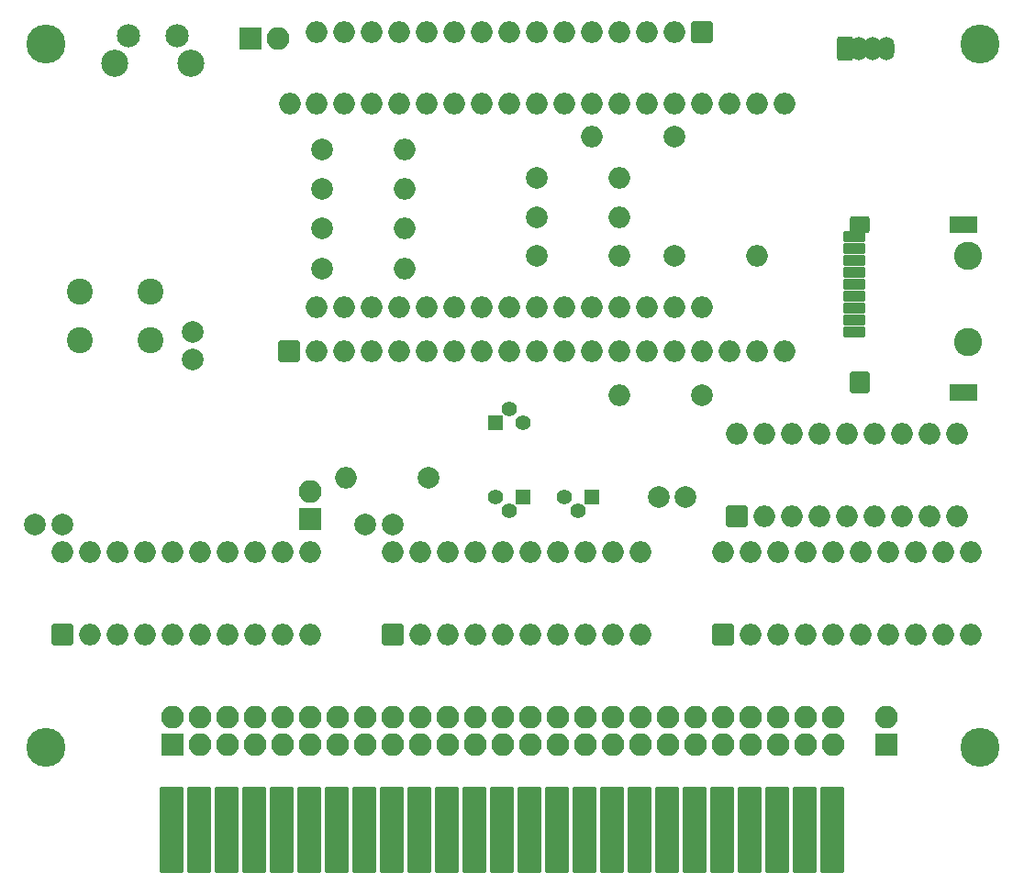
<source format=gbr>
G04 #@! TF.GenerationSoftware,KiCad,Pcbnew,(6.0.2-0)*
G04 #@! TF.CreationDate,2022-03-07T22:02:57-08:00*
G04 #@! TF.ProjectId,TRSIO,54525349-4f2e-46b6-9963-61645f706362,rev?*
G04 #@! TF.SameCoordinates,Original*
G04 #@! TF.FileFunction,Soldermask,Bot*
G04 #@! TF.FilePolarity,Negative*
%FSLAX46Y46*%
G04 Gerber Fmt 4.6, Leading zero omitted, Abs format (unit mm)*
G04 Created by KiCad (PCBNEW (6.0.2-0)) date 2022-03-07 22:02:57*
%MOMM*%
%LPD*%
G01*
G04 APERTURE LIST*
G04 Aperture macros list*
%AMRoundRect*
0 Rectangle with rounded corners*
0 $1 Rounding radius*
0 $2 $3 $4 $5 $6 $7 $8 $9 X,Y pos of 4 corners*
0 Add a 4 corners polygon primitive as box body*
4,1,4,$2,$3,$4,$5,$6,$7,$8,$9,$2,$3,0*
0 Add four circle primitives for the rounded corners*
1,1,$1+$1,$2,$3*
1,1,$1+$1,$4,$5*
1,1,$1+$1,$6,$7*
1,1,$1+$1,$8,$9*
0 Add four rect primitives between the rounded corners*
20,1,$1+$1,$2,$3,$4,$5,0*
20,1,$1+$1,$4,$5,$6,$7,0*
20,1,$1+$1,$6,$7,$8,$9,0*
20,1,$1+$1,$8,$9,$2,$3,0*%
G04 Aperture macros list end*
%ADD10C,2.000000*%
%ADD11RoundRect,0.200000X-0.535000X-0.900000X0.535000X-0.900000X0.535000X0.900000X-0.535000X0.900000X0*%
%ADD12O,1.470000X2.200000*%
%ADD13RoundRect,0.200000X0.500000X-0.500000X0.500000X0.500000X-0.500000X0.500000X-0.500000X-0.500000X0*%
%ADD14C,1.400000*%
%ADD15RoundRect,0.200000X-0.500000X0.500000X-0.500000X-0.500000X0.500000X-0.500000X0.500000X0.500000X0*%
%ADD16O,2.000000X2.000000*%
%ADD17C,2.400000*%
%ADD18RoundRect,0.200000X0.800000X-0.800000X0.800000X0.800000X-0.800000X0.800000X-0.800000X-0.800000X0*%
%ADD19O,2.100000X2.100000*%
%ADD20RoundRect,0.200000X0.850000X-0.850000X0.850000X0.850000X-0.850000X0.850000X-0.850000X-0.850000X0*%
%ADD21RoundRect,0.200000X-0.800000X0.800000X-0.800000X-0.800000X0.800000X-0.800000X0.800000X0.800000X0*%
%ADD22RoundRect,0.200000X0.850000X0.850000X-0.850000X0.850000X-0.850000X-0.850000X0.850000X-0.850000X0*%
%ADD23C,2.500000*%
%ADD24C,2.150000*%
%ADD25RoundRect,0.200000X0.889000X3.810000X-0.889000X3.810000X-0.889000X-3.810000X0.889000X-3.810000X0*%
%ADD26C,3.600000*%
%ADD27C,2.600000*%
%ADD28RoundRect,0.200000X-0.800000X0.350000X-0.800000X-0.350000X0.800000X-0.350000X0.800000X0.350000X0*%
%ADD29RoundRect,0.200000X-0.700000X0.800000X-0.700000X-0.800000X0.700000X-0.800000X0.700000X0.800000X0*%
%ADD30RoundRect,0.200000X-1.100000X0.600000X-1.100000X-0.600000X1.100000X-0.600000X1.100000X0.600000X0*%
%ADD31RoundRect,0.200000X-0.700000X0.600000X-0.700000X-0.600000X0.700000X-0.600000X0.700000X0.600000X0*%
G04 APERTURE END LIST*
D10*
X130810000Y-116840000D03*
X128310000Y-116840000D03*
X161290000Y-116840000D03*
X158790000Y-116840000D03*
X188341000Y-114300000D03*
X185841000Y-114300000D03*
X142875000Y-101600000D03*
X142875000Y-99100000D03*
D11*
X203050000Y-72950000D03*
D12*
X204320000Y-72950000D03*
X205590000Y-72950000D03*
X206860000Y-72950000D03*
D13*
X170815000Y-107442000D03*
D14*
X172085000Y-106172000D03*
X173355000Y-107442000D03*
D15*
X173355000Y-114300000D03*
D14*
X172085000Y-115570000D03*
X170815000Y-114300000D03*
D15*
X179705000Y-114300000D03*
D14*
X178435000Y-115570000D03*
X177165000Y-114300000D03*
D10*
X174625000Y-88519000D03*
D16*
X182245000Y-88519000D03*
D17*
X138961000Y-95377000D03*
X132461000Y-95377000D03*
X138961000Y-99877000D03*
X132461000Y-99877000D03*
D18*
X191770000Y-127000000D03*
D16*
X194310000Y-127000000D03*
X196850000Y-127000000D03*
X199390000Y-127000000D03*
X201930000Y-127000000D03*
X204470000Y-127000000D03*
X207010000Y-127000000D03*
X209550000Y-127000000D03*
X212090000Y-127000000D03*
X214630000Y-127000000D03*
X214630000Y-119380000D03*
X212090000Y-119380000D03*
X209550000Y-119380000D03*
X207010000Y-119380000D03*
X204470000Y-119380000D03*
X201930000Y-119380000D03*
X199390000Y-119380000D03*
X196850000Y-119380000D03*
X194310000Y-119380000D03*
X191770000Y-119380000D03*
D18*
X161290000Y-127000000D03*
D16*
X163830000Y-127000000D03*
X166370000Y-127000000D03*
X168910000Y-127000000D03*
X171450000Y-127000000D03*
X173990000Y-127000000D03*
X176530000Y-127000000D03*
X179070000Y-127000000D03*
X181610000Y-127000000D03*
X184150000Y-127000000D03*
X184150000Y-119380000D03*
X181610000Y-119380000D03*
X179070000Y-119380000D03*
X176530000Y-119380000D03*
X173990000Y-119380000D03*
X171450000Y-119380000D03*
X168910000Y-119380000D03*
X166370000Y-119380000D03*
X163830000Y-119380000D03*
X161290000Y-119380000D03*
D18*
X130810000Y-127000000D03*
D16*
X133350000Y-127000000D03*
X135890000Y-127000000D03*
X138430000Y-127000000D03*
X140970000Y-127000000D03*
X143510000Y-127000000D03*
X146050000Y-127000000D03*
X148590000Y-127000000D03*
X151130000Y-127000000D03*
X153670000Y-127000000D03*
X153670000Y-119380000D03*
X151130000Y-119380000D03*
X148590000Y-119380000D03*
X146050000Y-119380000D03*
X143510000Y-119380000D03*
X140970000Y-119380000D03*
X138430000Y-119380000D03*
X135890000Y-119380000D03*
X133350000Y-119380000D03*
X130810000Y-119380000D03*
D19*
X201930000Y-134620000D03*
X201930000Y-137160000D03*
X199390000Y-134620000D03*
X199390000Y-137160000D03*
X196850000Y-134620000D03*
X196850000Y-137160000D03*
X194310000Y-134620000D03*
X194310000Y-137160000D03*
X191770000Y-134620000D03*
X191770000Y-137160000D03*
X189230000Y-134620000D03*
X189230000Y-137160000D03*
X186690000Y-134620000D03*
X186690000Y-137160000D03*
X184150000Y-134620000D03*
X184150000Y-137160000D03*
X181610000Y-134620000D03*
X181610000Y-137160000D03*
X179070000Y-134620000D03*
X179070000Y-137160000D03*
X176530000Y-134620000D03*
X176530000Y-137160000D03*
X173990000Y-134620000D03*
X173990000Y-137160000D03*
X171450000Y-134620000D03*
X171450000Y-137160000D03*
X168910000Y-134620000D03*
X168910000Y-137160000D03*
X166370000Y-134620000D03*
X166370000Y-137160000D03*
X163830000Y-134620000D03*
X163830000Y-137160000D03*
X161290000Y-134620000D03*
X161290000Y-137160000D03*
X158750000Y-134620000D03*
X158750000Y-137160000D03*
X156210000Y-134620000D03*
X156210000Y-137160000D03*
X153670000Y-134620000D03*
X153670000Y-137160000D03*
X151130000Y-134620000D03*
X151130000Y-137160000D03*
X148590000Y-134620000D03*
X148590000Y-137160000D03*
X146050000Y-134620000D03*
X146050000Y-137160000D03*
X143510000Y-134620000D03*
X143510000Y-137160000D03*
X140970000Y-134620000D03*
D20*
X140970000Y-137160000D03*
D21*
X189865000Y-71374000D03*
D16*
X187325000Y-71374000D03*
X184785000Y-71374000D03*
X182245000Y-71374000D03*
X179705000Y-71374000D03*
X177165000Y-71374000D03*
X174625000Y-71374000D03*
X172085000Y-71374000D03*
X169545000Y-71374000D03*
X167005000Y-71374000D03*
X164465000Y-71374000D03*
X161925000Y-71374000D03*
X159385000Y-71374000D03*
X156845000Y-71374000D03*
X154305000Y-71374000D03*
X154305000Y-96774000D03*
X156845000Y-96774000D03*
X159385000Y-96774000D03*
X161925000Y-96774000D03*
X164465000Y-96774000D03*
X167005000Y-96774000D03*
X169545000Y-96774000D03*
X172085000Y-96774000D03*
X174625000Y-96774000D03*
X177165000Y-96774000D03*
X179705000Y-96774000D03*
X182245000Y-96774000D03*
X184785000Y-96774000D03*
X187325000Y-96774000D03*
X189865000Y-96774000D03*
D18*
X151765000Y-100838000D03*
D16*
X154305000Y-100838000D03*
X156845000Y-100838000D03*
X159385000Y-100838000D03*
X161925000Y-100838000D03*
X164465000Y-100838000D03*
X167005000Y-100838000D03*
X169545000Y-100838000D03*
X172085000Y-100838000D03*
X174625000Y-100838000D03*
X177165000Y-100838000D03*
X179705000Y-100838000D03*
X182245000Y-100838000D03*
X184785000Y-100838000D03*
X187325000Y-100838000D03*
X189865000Y-100838000D03*
X192405000Y-100838000D03*
X194945000Y-100838000D03*
X197485000Y-100838000D03*
X197485000Y-77978000D03*
X194945000Y-77978000D03*
X192405000Y-77978000D03*
X189865000Y-77978000D03*
X187325000Y-77978000D03*
X184785000Y-77978000D03*
X182245000Y-77978000D03*
X179705000Y-77978000D03*
X177165000Y-77978000D03*
X174625000Y-77978000D03*
X172085000Y-77978000D03*
X169545000Y-77978000D03*
X167005000Y-77978000D03*
X164465000Y-77978000D03*
X161925000Y-77978000D03*
X159385000Y-77978000D03*
X156845000Y-77978000D03*
X154305000Y-77978000D03*
X151828500Y-77978000D03*
D22*
X206883000Y-137160000D03*
D19*
X206883000Y-134620000D03*
D20*
X148209000Y-72009000D03*
D19*
X150749000Y-72009000D03*
D23*
X135656000Y-74245000D03*
X142666000Y-74245000D03*
D24*
X136906000Y-71755000D03*
X141406000Y-71755000D03*
D22*
X153670000Y-116332000D03*
D19*
X153670000Y-113792000D03*
D10*
X164592000Y-112522000D03*
D16*
X156972000Y-112522000D03*
D25*
X201866500Y-145097500D03*
X199326500Y-145097500D03*
X196786500Y-145097500D03*
X194246500Y-145097500D03*
X191706500Y-145097500D03*
X189166500Y-145097500D03*
X186626500Y-145097500D03*
X184086500Y-145097500D03*
X181546500Y-145097500D03*
X179006500Y-145097500D03*
X176466500Y-145097500D03*
X173926500Y-145097500D03*
X171386500Y-145097500D03*
X168846500Y-145097500D03*
X166306500Y-145097500D03*
X163766500Y-145097500D03*
X161226500Y-145097500D03*
X158686500Y-145097500D03*
X156146500Y-145097500D03*
X153606500Y-145097500D03*
X151066500Y-145097500D03*
X148526500Y-145097500D03*
X145986500Y-145097500D03*
X143446500Y-145097500D03*
X140906500Y-145097500D03*
D10*
X189801500Y-104965500D03*
D16*
X182181500Y-104965500D03*
D10*
X154813000Y-89535000D03*
D16*
X162433000Y-89535000D03*
D10*
X154813000Y-93218000D03*
D16*
X162433000Y-93218000D03*
D10*
X187325000Y-92075000D03*
D16*
X194945000Y-92075000D03*
D10*
X154813000Y-85852000D03*
D16*
X162433000Y-85852000D03*
D10*
X154813000Y-82232500D03*
D16*
X162433000Y-82232500D03*
D18*
X193040000Y-116141500D03*
D16*
X195580000Y-116141500D03*
X198120000Y-116141500D03*
X200660000Y-116141500D03*
X203200000Y-116141500D03*
X205740000Y-116141500D03*
X208280000Y-116141500D03*
X210820000Y-116141500D03*
X213360000Y-116141500D03*
X213360000Y-108521500D03*
X210820000Y-108521500D03*
X208280000Y-108521500D03*
X205740000Y-108521500D03*
X203200000Y-108521500D03*
X200660000Y-108521500D03*
X198120000Y-108521500D03*
X195580000Y-108521500D03*
X193040000Y-108521500D03*
D10*
X187325000Y-81089500D03*
D16*
X179705000Y-81089500D03*
D10*
X174625000Y-92075000D03*
D16*
X182245000Y-92075000D03*
D10*
X174625000Y-84899500D03*
D16*
X182245000Y-84899500D03*
D26*
X129286000Y-72517000D03*
X215519000Y-72517000D03*
X215519000Y-137414000D03*
D27*
X214376000Y-92075000D03*
X214376000Y-100012500D03*
D26*
X129286000Y-137414000D03*
D28*
X203876000Y-99101000D03*
X203876000Y-98001000D03*
X203876000Y-96901000D03*
X203876000Y-95801000D03*
X203876000Y-94701000D03*
X203876000Y-93601000D03*
X203876000Y-92501000D03*
X203876000Y-91401000D03*
X203876000Y-90301000D03*
D29*
X204376000Y-103751000D03*
D30*
X213976000Y-104651000D03*
X213976000Y-89151000D03*
D31*
X204376000Y-89151000D03*
M02*

</source>
